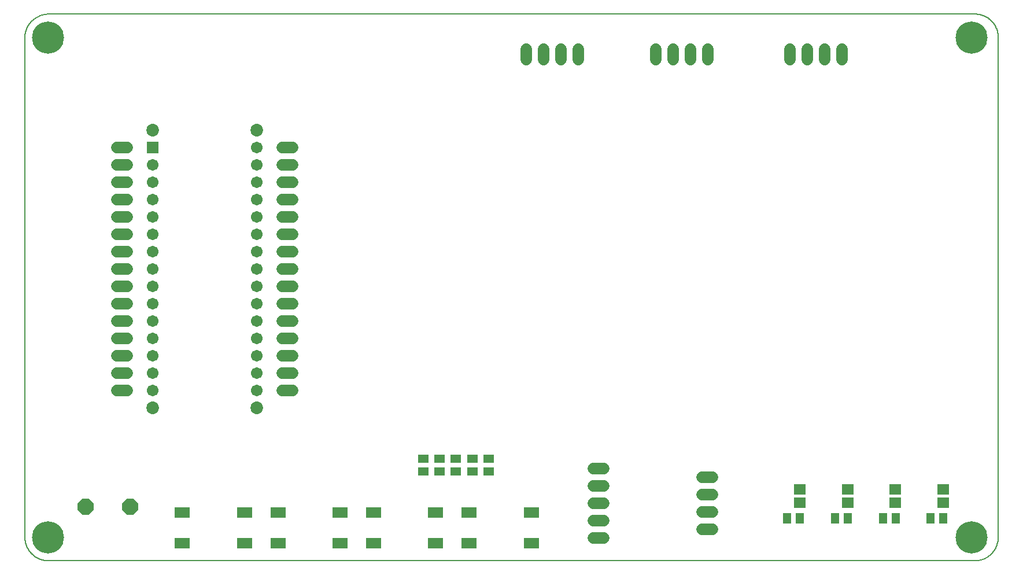
<source format=gts>
G75*
%MOIN*%
%OFA0B0*%
%FSLAX25Y25*%
%IPPOS*%
%LPD*%
%AMOC8*
5,1,8,0,0,1.08239X$1,22.5*
%
%ADD10C,0.00600*%
%ADD11OC8,0.09300*%
%ADD12R,0.06737X0.06737*%
%ADD13C,0.06737*%
%ADD14C,0.00000*%
%ADD15C,0.07300*%
%ADD16C,0.06800*%
%ADD17R,0.09068X0.06312*%
%ADD18R,0.07099X0.05918*%
%ADD19R,0.06312X0.04816*%
%ADD20R,0.04816X0.06312*%
%ADD21C,0.18517*%
D10*
X0021119Y0007483D02*
X0279165Y0007512D01*
X0555044Y0007512D01*
X0555371Y0007516D01*
X0555697Y0007528D01*
X0556023Y0007548D01*
X0556349Y0007575D01*
X0556674Y0007611D01*
X0556997Y0007654D01*
X0557320Y0007705D01*
X0557642Y0007764D01*
X0557961Y0007831D01*
X0558280Y0007905D01*
X0558596Y0007987D01*
X0558910Y0008077D01*
X0559222Y0008174D01*
X0559531Y0008278D01*
X0559838Y0008391D01*
X0560142Y0008510D01*
X0560443Y0008637D01*
X0560741Y0008771D01*
X0561036Y0008912D01*
X0561327Y0009061D01*
X0561614Y0009216D01*
X0561898Y0009378D01*
X0562178Y0009547D01*
X0562453Y0009723D01*
X0562724Y0009905D01*
X0562991Y0010094D01*
X0563253Y0010289D01*
X0563510Y0010491D01*
X0563762Y0010698D01*
X0564009Y0010912D01*
X0564251Y0011132D01*
X0564488Y0011357D01*
X0564719Y0011588D01*
X0564944Y0011825D01*
X0565164Y0012067D01*
X0565378Y0012314D01*
X0565585Y0012566D01*
X0565787Y0012823D01*
X0565982Y0013085D01*
X0566171Y0013352D01*
X0566353Y0013623D01*
X0566529Y0013898D01*
X0566698Y0014178D01*
X0566860Y0014462D01*
X0567015Y0014749D01*
X0567164Y0015040D01*
X0567305Y0015335D01*
X0567439Y0015633D01*
X0567566Y0015934D01*
X0567685Y0016238D01*
X0567798Y0016545D01*
X0567902Y0016854D01*
X0567999Y0017166D01*
X0568089Y0017480D01*
X0568171Y0017796D01*
X0568245Y0018115D01*
X0568312Y0018434D01*
X0568371Y0018756D01*
X0568422Y0019079D01*
X0568465Y0019402D01*
X0568501Y0019727D01*
X0568528Y0020053D01*
X0568548Y0020379D01*
X0568560Y0020705D01*
X0568564Y0021032D01*
X0568564Y0309091D01*
X0568565Y0309091D02*
X0568561Y0309415D01*
X0568549Y0309739D01*
X0568530Y0310063D01*
X0568502Y0310386D01*
X0568467Y0310708D01*
X0568424Y0311029D01*
X0568374Y0311349D01*
X0568315Y0311668D01*
X0568249Y0311986D01*
X0568175Y0312301D01*
X0568094Y0312615D01*
X0568005Y0312927D01*
X0567908Y0313236D01*
X0567805Y0313543D01*
X0567693Y0313848D01*
X0567575Y0314149D01*
X0567449Y0314448D01*
X0567316Y0314744D01*
X0567176Y0315036D01*
X0567029Y0315325D01*
X0566874Y0315610D01*
X0566713Y0315891D01*
X0566546Y0316169D01*
X0566371Y0316442D01*
X0566191Y0316711D01*
X0566003Y0316976D01*
X0565809Y0317235D01*
X0565610Y0317491D01*
X0565404Y0317741D01*
X0565192Y0317986D01*
X0564974Y0318226D01*
X0564750Y0318461D01*
X0564521Y0318690D01*
X0564286Y0318914D01*
X0564046Y0319132D01*
X0563801Y0319344D01*
X0563551Y0319550D01*
X0563295Y0319749D01*
X0563036Y0319943D01*
X0562771Y0320131D01*
X0562502Y0320311D01*
X0562229Y0320486D01*
X0561951Y0320653D01*
X0561670Y0320814D01*
X0561385Y0320969D01*
X0561096Y0321116D01*
X0560804Y0321256D01*
X0560508Y0321389D01*
X0560209Y0321515D01*
X0559908Y0321633D01*
X0559603Y0321745D01*
X0559296Y0321848D01*
X0558987Y0321945D01*
X0558675Y0322034D01*
X0558361Y0322115D01*
X0558046Y0322189D01*
X0557728Y0322255D01*
X0557409Y0322314D01*
X0557089Y0322364D01*
X0556768Y0322407D01*
X0556446Y0322442D01*
X0556123Y0322470D01*
X0555799Y0322489D01*
X0555475Y0322501D01*
X0555151Y0322505D01*
X0021123Y0322505D01*
X0020794Y0322501D01*
X0020465Y0322489D01*
X0020137Y0322469D01*
X0019809Y0322441D01*
X0019482Y0322406D01*
X0019156Y0322362D01*
X0018831Y0322311D01*
X0018508Y0322251D01*
X0018186Y0322184D01*
X0017865Y0322109D01*
X0017547Y0322027D01*
X0017231Y0321937D01*
X0016917Y0321839D01*
X0016605Y0321733D01*
X0016296Y0321620D01*
X0015990Y0321500D01*
X0015687Y0321372D01*
X0015387Y0321237D01*
X0015090Y0321095D01*
X0014797Y0320946D01*
X0014508Y0320789D01*
X0014222Y0320626D01*
X0013941Y0320456D01*
X0013663Y0320279D01*
X0013391Y0320095D01*
X0013122Y0319905D01*
X0012858Y0319709D01*
X0012599Y0319506D01*
X0012345Y0319297D01*
X0012097Y0319082D01*
X0011853Y0318861D01*
X0011615Y0318634D01*
X0011382Y0318401D01*
X0011155Y0318163D01*
X0010934Y0317919D01*
X0010719Y0317671D01*
X0010510Y0317417D01*
X0010307Y0317158D01*
X0010111Y0316894D01*
X0009921Y0316625D01*
X0009737Y0316353D01*
X0009560Y0316075D01*
X0009390Y0315794D01*
X0009227Y0315508D01*
X0009070Y0315219D01*
X0008921Y0314926D01*
X0008779Y0314629D01*
X0008644Y0314329D01*
X0008516Y0314026D01*
X0008396Y0313720D01*
X0008283Y0313411D01*
X0008177Y0313099D01*
X0008079Y0312785D01*
X0007989Y0312469D01*
X0007907Y0312151D01*
X0007832Y0311830D01*
X0007765Y0311508D01*
X0007705Y0311185D01*
X0007654Y0310860D01*
X0007610Y0310534D01*
X0007575Y0310207D01*
X0007547Y0309879D01*
X0007527Y0309551D01*
X0007515Y0309222D01*
X0007511Y0308893D01*
X0007512Y0308893D02*
X0007512Y0021090D01*
X0007516Y0020761D01*
X0007528Y0020433D01*
X0007548Y0020104D01*
X0007576Y0019777D01*
X0007611Y0019450D01*
X0007655Y0019124D01*
X0007706Y0018799D01*
X0007765Y0018476D01*
X0007833Y0018154D01*
X0007907Y0017834D01*
X0007990Y0017515D01*
X0008080Y0017199D01*
X0008178Y0016885D01*
X0008283Y0016574D01*
X0008396Y0016265D01*
X0008517Y0015959D01*
X0008644Y0015656D01*
X0008779Y0015356D01*
X0008921Y0015059D01*
X0009071Y0014767D01*
X0009227Y0014477D01*
X0009390Y0014192D01*
X0009560Y0013910D01*
X0009737Y0013633D01*
X0009921Y0013360D01*
X0010111Y0013092D01*
X0010307Y0012828D01*
X0010510Y0012569D01*
X0010719Y0012316D01*
X0010934Y0012067D01*
X0011155Y0011823D01*
X0011382Y0011585D01*
X0011614Y0011353D01*
X0011852Y0011126D01*
X0012096Y0010905D01*
X0012345Y0010690D01*
X0012598Y0010481D01*
X0012857Y0010278D01*
X0013121Y0010082D01*
X0013389Y0009892D01*
X0013662Y0009708D01*
X0013939Y0009531D01*
X0014221Y0009361D01*
X0014506Y0009198D01*
X0014796Y0009042D01*
X0015088Y0008892D01*
X0015385Y0008750D01*
X0015685Y0008615D01*
X0015988Y0008488D01*
X0016294Y0008367D01*
X0016603Y0008254D01*
X0016914Y0008149D01*
X0017228Y0008051D01*
X0017544Y0007961D01*
X0017863Y0007878D01*
X0018183Y0007804D01*
X0018505Y0007736D01*
X0018828Y0007677D01*
X0019153Y0007626D01*
X0019479Y0007582D01*
X0019806Y0007547D01*
X0020133Y0007519D01*
X0020462Y0007499D01*
X0020790Y0007487D01*
X0021119Y0007483D01*
D11*
X0042524Y0038573D03*
X0068124Y0038573D03*
D12*
X0081047Y0245609D03*
D13*
X0081047Y0235609D03*
X0081047Y0225609D03*
X0081047Y0215609D03*
X0081047Y0205609D03*
X0081047Y0195609D03*
X0081047Y0185609D03*
X0081047Y0175609D03*
X0081047Y0165609D03*
X0081047Y0155609D03*
X0081047Y0145609D03*
X0081047Y0135609D03*
X0081047Y0125609D03*
X0081047Y0115609D03*
X0081047Y0105609D03*
X0141047Y0105609D03*
X0141047Y0115609D03*
X0141047Y0125609D03*
X0141047Y0135609D03*
X0141047Y0145609D03*
X0141047Y0155609D03*
X0141047Y0165609D03*
X0141047Y0175609D03*
X0141047Y0185609D03*
X0141047Y0195609D03*
X0141047Y0205609D03*
X0141047Y0215609D03*
X0141047Y0225609D03*
X0141047Y0235609D03*
X0141047Y0245609D03*
D14*
X0137797Y0255609D02*
X0137799Y0255722D01*
X0137805Y0255836D01*
X0137815Y0255949D01*
X0137829Y0256061D01*
X0137846Y0256173D01*
X0137868Y0256285D01*
X0137894Y0256395D01*
X0137923Y0256505D01*
X0137956Y0256613D01*
X0137993Y0256721D01*
X0138034Y0256826D01*
X0138078Y0256931D01*
X0138126Y0257034D01*
X0138177Y0257135D01*
X0138232Y0257234D01*
X0138291Y0257331D01*
X0138353Y0257426D01*
X0138418Y0257519D01*
X0138486Y0257610D01*
X0138557Y0257698D01*
X0138632Y0257784D01*
X0138709Y0257867D01*
X0138789Y0257947D01*
X0138872Y0258024D01*
X0138958Y0258099D01*
X0139046Y0258170D01*
X0139137Y0258238D01*
X0139230Y0258303D01*
X0139325Y0258365D01*
X0139422Y0258424D01*
X0139521Y0258479D01*
X0139622Y0258530D01*
X0139725Y0258578D01*
X0139830Y0258622D01*
X0139935Y0258663D01*
X0140043Y0258700D01*
X0140151Y0258733D01*
X0140261Y0258762D01*
X0140371Y0258788D01*
X0140483Y0258810D01*
X0140595Y0258827D01*
X0140707Y0258841D01*
X0140820Y0258851D01*
X0140934Y0258857D01*
X0141047Y0258859D01*
X0141160Y0258857D01*
X0141274Y0258851D01*
X0141387Y0258841D01*
X0141499Y0258827D01*
X0141611Y0258810D01*
X0141723Y0258788D01*
X0141833Y0258762D01*
X0141943Y0258733D01*
X0142051Y0258700D01*
X0142159Y0258663D01*
X0142264Y0258622D01*
X0142369Y0258578D01*
X0142472Y0258530D01*
X0142573Y0258479D01*
X0142672Y0258424D01*
X0142769Y0258365D01*
X0142864Y0258303D01*
X0142957Y0258238D01*
X0143048Y0258170D01*
X0143136Y0258099D01*
X0143222Y0258024D01*
X0143305Y0257947D01*
X0143385Y0257867D01*
X0143462Y0257784D01*
X0143537Y0257698D01*
X0143608Y0257610D01*
X0143676Y0257519D01*
X0143741Y0257426D01*
X0143803Y0257331D01*
X0143862Y0257234D01*
X0143917Y0257135D01*
X0143968Y0257034D01*
X0144016Y0256931D01*
X0144060Y0256826D01*
X0144101Y0256721D01*
X0144138Y0256613D01*
X0144171Y0256505D01*
X0144200Y0256395D01*
X0144226Y0256285D01*
X0144248Y0256173D01*
X0144265Y0256061D01*
X0144279Y0255949D01*
X0144289Y0255836D01*
X0144295Y0255722D01*
X0144297Y0255609D01*
X0144295Y0255496D01*
X0144289Y0255382D01*
X0144279Y0255269D01*
X0144265Y0255157D01*
X0144248Y0255045D01*
X0144226Y0254933D01*
X0144200Y0254823D01*
X0144171Y0254713D01*
X0144138Y0254605D01*
X0144101Y0254497D01*
X0144060Y0254392D01*
X0144016Y0254287D01*
X0143968Y0254184D01*
X0143917Y0254083D01*
X0143862Y0253984D01*
X0143803Y0253887D01*
X0143741Y0253792D01*
X0143676Y0253699D01*
X0143608Y0253608D01*
X0143537Y0253520D01*
X0143462Y0253434D01*
X0143385Y0253351D01*
X0143305Y0253271D01*
X0143222Y0253194D01*
X0143136Y0253119D01*
X0143048Y0253048D01*
X0142957Y0252980D01*
X0142864Y0252915D01*
X0142769Y0252853D01*
X0142672Y0252794D01*
X0142573Y0252739D01*
X0142472Y0252688D01*
X0142369Y0252640D01*
X0142264Y0252596D01*
X0142159Y0252555D01*
X0142051Y0252518D01*
X0141943Y0252485D01*
X0141833Y0252456D01*
X0141723Y0252430D01*
X0141611Y0252408D01*
X0141499Y0252391D01*
X0141387Y0252377D01*
X0141274Y0252367D01*
X0141160Y0252361D01*
X0141047Y0252359D01*
X0140934Y0252361D01*
X0140820Y0252367D01*
X0140707Y0252377D01*
X0140595Y0252391D01*
X0140483Y0252408D01*
X0140371Y0252430D01*
X0140261Y0252456D01*
X0140151Y0252485D01*
X0140043Y0252518D01*
X0139935Y0252555D01*
X0139830Y0252596D01*
X0139725Y0252640D01*
X0139622Y0252688D01*
X0139521Y0252739D01*
X0139422Y0252794D01*
X0139325Y0252853D01*
X0139230Y0252915D01*
X0139137Y0252980D01*
X0139046Y0253048D01*
X0138958Y0253119D01*
X0138872Y0253194D01*
X0138789Y0253271D01*
X0138709Y0253351D01*
X0138632Y0253434D01*
X0138557Y0253520D01*
X0138486Y0253608D01*
X0138418Y0253699D01*
X0138353Y0253792D01*
X0138291Y0253887D01*
X0138232Y0253984D01*
X0138177Y0254083D01*
X0138126Y0254184D01*
X0138078Y0254287D01*
X0138034Y0254392D01*
X0137993Y0254497D01*
X0137956Y0254605D01*
X0137923Y0254713D01*
X0137894Y0254823D01*
X0137868Y0254933D01*
X0137846Y0255045D01*
X0137829Y0255157D01*
X0137815Y0255269D01*
X0137805Y0255382D01*
X0137799Y0255496D01*
X0137797Y0255609D01*
X0077797Y0255609D02*
X0077799Y0255722D01*
X0077805Y0255836D01*
X0077815Y0255949D01*
X0077829Y0256061D01*
X0077846Y0256173D01*
X0077868Y0256285D01*
X0077894Y0256395D01*
X0077923Y0256505D01*
X0077956Y0256613D01*
X0077993Y0256721D01*
X0078034Y0256826D01*
X0078078Y0256931D01*
X0078126Y0257034D01*
X0078177Y0257135D01*
X0078232Y0257234D01*
X0078291Y0257331D01*
X0078353Y0257426D01*
X0078418Y0257519D01*
X0078486Y0257610D01*
X0078557Y0257698D01*
X0078632Y0257784D01*
X0078709Y0257867D01*
X0078789Y0257947D01*
X0078872Y0258024D01*
X0078958Y0258099D01*
X0079046Y0258170D01*
X0079137Y0258238D01*
X0079230Y0258303D01*
X0079325Y0258365D01*
X0079422Y0258424D01*
X0079521Y0258479D01*
X0079622Y0258530D01*
X0079725Y0258578D01*
X0079830Y0258622D01*
X0079935Y0258663D01*
X0080043Y0258700D01*
X0080151Y0258733D01*
X0080261Y0258762D01*
X0080371Y0258788D01*
X0080483Y0258810D01*
X0080595Y0258827D01*
X0080707Y0258841D01*
X0080820Y0258851D01*
X0080934Y0258857D01*
X0081047Y0258859D01*
X0081160Y0258857D01*
X0081274Y0258851D01*
X0081387Y0258841D01*
X0081499Y0258827D01*
X0081611Y0258810D01*
X0081723Y0258788D01*
X0081833Y0258762D01*
X0081943Y0258733D01*
X0082051Y0258700D01*
X0082159Y0258663D01*
X0082264Y0258622D01*
X0082369Y0258578D01*
X0082472Y0258530D01*
X0082573Y0258479D01*
X0082672Y0258424D01*
X0082769Y0258365D01*
X0082864Y0258303D01*
X0082957Y0258238D01*
X0083048Y0258170D01*
X0083136Y0258099D01*
X0083222Y0258024D01*
X0083305Y0257947D01*
X0083385Y0257867D01*
X0083462Y0257784D01*
X0083537Y0257698D01*
X0083608Y0257610D01*
X0083676Y0257519D01*
X0083741Y0257426D01*
X0083803Y0257331D01*
X0083862Y0257234D01*
X0083917Y0257135D01*
X0083968Y0257034D01*
X0084016Y0256931D01*
X0084060Y0256826D01*
X0084101Y0256721D01*
X0084138Y0256613D01*
X0084171Y0256505D01*
X0084200Y0256395D01*
X0084226Y0256285D01*
X0084248Y0256173D01*
X0084265Y0256061D01*
X0084279Y0255949D01*
X0084289Y0255836D01*
X0084295Y0255722D01*
X0084297Y0255609D01*
X0084295Y0255496D01*
X0084289Y0255382D01*
X0084279Y0255269D01*
X0084265Y0255157D01*
X0084248Y0255045D01*
X0084226Y0254933D01*
X0084200Y0254823D01*
X0084171Y0254713D01*
X0084138Y0254605D01*
X0084101Y0254497D01*
X0084060Y0254392D01*
X0084016Y0254287D01*
X0083968Y0254184D01*
X0083917Y0254083D01*
X0083862Y0253984D01*
X0083803Y0253887D01*
X0083741Y0253792D01*
X0083676Y0253699D01*
X0083608Y0253608D01*
X0083537Y0253520D01*
X0083462Y0253434D01*
X0083385Y0253351D01*
X0083305Y0253271D01*
X0083222Y0253194D01*
X0083136Y0253119D01*
X0083048Y0253048D01*
X0082957Y0252980D01*
X0082864Y0252915D01*
X0082769Y0252853D01*
X0082672Y0252794D01*
X0082573Y0252739D01*
X0082472Y0252688D01*
X0082369Y0252640D01*
X0082264Y0252596D01*
X0082159Y0252555D01*
X0082051Y0252518D01*
X0081943Y0252485D01*
X0081833Y0252456D01*
X0081723Y0252430D01*
X0081611Y0252408D01*
X0081499Y0252391D01*
X0081387Y0252377D01*
X0081274Y0252367D01*
X0081160Y0252361D01*
X0081047Y0252359D01*
X0080934Y0252361D01*
X0080820Y0252367D01*
X0080707Y0252377D01*
X0080595Y0252391D01*
X0080483Y0252408D01*
X0080371Y0252430D01*
X0080261Y0252456D01*
X0080151Y0252485D01*
X0080043Y0252518D01*
X0079935Y0252555D01*
X0079830Y0252596D01*
X0079725Y0252640D01*
X0079622Y0252688D01*
X0079521Y0252739D01*
X0079422Y0252794D01*
X0079325Y0252853D01*
X0079230Y0252915D01*
X0079137Y0252980D01*
X0079046Y0253048D01*
X0078958Y0253119D01*
X0078872Y0253194D01*
X0078789Y0253271D01*
X0078709Y0253351D01*
X0078632Y0253434D01*
X0078557Y0253520D01*
X0078486Y0253608D01*
X0078418Y0253699D01*
X0078353Y0253792D01*
X0078291Y0253887D01*
X0078232Y0253984D01*
X0078177Y0254083D01*
X0078126Y0254184D01*
X0078078Y0254287D01*
X0078034Y0254392D01*
X0077993Y0254497D01*
X0077956Y0254605D01*
X0077923Y0254713D01*
X0077894Y0254823D01*
X0077868Y0254933D01*
X0077846Y0255045D01*
X0077829Y0255157D01*
X0077815Y0255269D01*
X0077805Y0255382D01*
X0077799Y0255496D01*
X0077797Y0255609D01*
X0077797Y0095609D02*
X0077799Y0095722D01*
X0077805Y0095836D01*
X0077815Y0095949D01*
X0077829Y0096061D01*
X0077846Y0096173D01*
X0077868Y0096285D01*
X0077894Y0096395D01*
X0077923Y0096505D01*
X0077956Y0096613D01*
X0077993Y0096721D01*
X0078034Y0096826D01*
X0078078Y0096931D01*
X0078126Y0097034D01*
X0078177Y0097135D01*
X0078232Y0097234D01*
X0078291Y0097331D01*
X0078353Y0097426D01*
X0078418Y0097519D01*
X0078486Y0097610D01*
X0078557Y0097698D01*
X0078632Y0097784D01*
X0078709Y0097867D01*
X0078789Y0097947D01*
X0078872Y0098024D01*
X0078958Y0098099D01*
X0079046Y0098170D01*
X0079137Y0098238D01*
X0079230Y0098303D01*
X0079325Y0098365D01*
X0079422Y0098424D01*
X0079521Y0098479D01*
X0079622Y0098530D01*
X0079725Y0098578D01*
X0079830Y0098622D01*
X0079935Y0098663D01*
X0080043Y0098700D01*
X0080151Y0098733D01*
X0080261Y0098762D01*
X0080371Y0098788D01*
X0080483Y0098810D01*
X0080595Y0098827D01*
X0080707Y0098841D01*
X0080820Y0098851D01*
X0080934Y0098857D01*
X0081047Y0098859D01*
X0081160Y0098857D01*
X0081274Y0098851D01*
X0081387Y0098841D01*
X0081499Y0098827D01*
X0081611Y0098810D01*
X0081723Y0098788D01*
X0081833Y0098762D01*
X0081943Y0098733D01*
X0082051Y0098700D01*
X0082159Y0098663D01*
X0082264Y0098622D01*
X0082369Y0098578D01*
X0082472Y0098530D01*
X0082573Y0098479D01*
X0082672Y0098424D01*
X0082769Y0098365D01*
X0082864Y0098303D01*
X0082957Y0098238D01*
X0083048Y0098170D01*
X0083136Y0098099D01*
X0083222Y0098024D01*
X0083305Y0097947D01*
X0083385Y0097867D01*
X0083462Y0097784D01*
X0083537Y0097698D01*
X0083608Y0097610D01*
X0083676Y0097519D01*
X0083741Y0097426D01*
X0083803Y0097331D01*
X0083862Y0097234D01*
X0083917Y0097135D01*
X0083968Y0097034D01*
X0084016Y0096931D01*
X0084060Y0096826D01*
X0084101Y0096721D01*
X0084138Y0096613D01*
X0084171Y0096505D01*
X0084200Y0096395D01*
X0084226Y0096285D01*
X0084248Y0096173D01*
X0084265Y0096061D01*
X0084279Y0095949D01*
X0084289Y0095836D01*
X0084295Y0095722D01*
X0084297Y0095609D01*
X0084295Y0095496D01*
X0084289Y0095382D01*
X0084279Y0095269D01*
X0084265Y0095157D01*
X0084248Y0095045D01*
X0084226Y0094933D01*
X0084200Y0094823D01*
X0084171Y0094713D01*
X0084138Y0094605D01*
X0084101Y0094497D01*
X0084060Y0094392D01*
X0084016Y0094287D01*
X0083968Y0094184D01*
X0083917Y0094083D01*
X0083862Y0093984D01*
X0083803Y0093887D01*
X0083741Y0093792D01*
X0083676Y0093699D01*
X0083608Y0093608D01*
X0083537Y0093520D01*
X0083462Y0093434D01*
X0083385Y0093351D01*
X0083305Y0093271D01*
X0083222Y0093194D01*
X0083136Y0093119D01*
X0083048Y0093048D01*
X0082957Y0092980D01*
X0082864Y0092915D01*
X0082769Y0092853D01*
X0082672Y0092794D01*
X0082573Y0092739D01*
X0082472Y0092688D01*
X0082369Y0092640D01*
X0082264Y0092596D01*
X0082159Y0092555D01*
X0082051Y0092518D01*
X0081943Y0092485D01*
X0081833Y0092456D01*
X0081723Y0092430D01*
X0081611Y0092408D01*
X0081499Y0092391D01*
X0081387Y0092377D01*
X0081274Y0092367D01*
X0081160Y0092361D01*
X0081047Y0092359D01*
X0080934Y0092361D01*
X0080820Y0092367D01*
X0080707Y0092377D01*
X0080595Y0092391D01*
X0080483Y0092408D01*
X0080371Y0092430D01*
X0080261Y0092456D01*
X0080151Y0092485D01*
X0080043Y0092518D01*
X0079935Y0092555D01*
X0079830Y0092596D01*
X0079725Y0092640D01*
X0079622Y0092688D01*
X0079521Y0092739D01*
X0079422Y0092794D01*
X0079325Y0092853D01*
X0079230Y0092915D01*
X0079137Y0092980D01*
X0079046Y0093048D01*
X0078958Y0093119D01*
X0078872Y0093194D01*
X0078789Y0093271D01*
X0078709Y0093351D01*
X0078632Y0093434D01*
X0078557Y0093520D01*
X0078486Y0093608D01*
X0078418Y0093699D01*
X0078353Y0093792D01*
X0078291Y0093887D01*
X0078232Y0093984D01*
X0078177Y0094083D01*
X0078126Y0094184D01*
X0078078Y0094287D01*
X0078034Y0094392D01*
X0077993Y0094497D01*
X0077956Y0094605D01*
X0077923Y0094713D01*
X0077894Y0094823D01*
X0077868Y0094933D01*
X0077846Y0095045D01*
X0077829Y0095157D01*
X0077815Y0095269D01*
X0077805Y0095382D01*
X0077799Y0095496D01*
X0077797Y0095609D01*
X0137797Y0095609D02*
X0137799Y0095722D01*
X0137805Y0095836D01*
X0137815Y0095949D01*
X0137829Y0096061D01*
X0137846Y0096173D01*
X0137868Y0096285D01*
X0137894Y0096395D01*
X0137923Y0096505D01*
X0137956Y0096613D01*
X0137993Y0096721D01*
X0138034Y0096826D01*
X0138078Y0096931D01*
X0138126Y0097034D01*
X0138177Y0097135D01*
X0138232Y0097234D01*
X0138291Y0097331D01*
X0138353Y0097426D01*
X0138418Y0097519D01*
X0138486Y0097610D01*
X0138557Y0097698D01*
X0138632Y0097784D01*
X0138709Y0097867D01*
X0138789Y0097947D01*
X0138872Y0098024D01*
X0138958Y0098099D01*
X0139046Y0098170D01*
X0139137Y0098238D01*
X0139230Y0098303D01*
X0139325Y0098365D01*
X0139422Y0098424D01*
X0139521Y0098479D01*
X0139622Y0098530D01*
X0139725Y0098578D01*
X0139830Y0098622D01*
X0139935Y0098663D01*
X0140043Y0098700D01*
X0140151Y0098733D01*
X0140261Y0098762D01*
X0140371Y0098788D01*
X0140483Y0098810D01*
X0140595Y0098827D01*
X0140707Y0098841D01*
X0140820Y0098851D01*
X0140934Y0098857D01*
X0141047Y0098859D01*
X0141160Y0098857D01*
X0141274Y0098851D01*
X0141387Y0098841D01*
X0141499Y0098827D01*
X0141611Y0098810D01*
X0141723Y0098788D01*
X0141833Y0098762D01*
X0141943Y0098733D01*
X0142051Y0098700D01*
X0142159Y0098663D01*
X0142264Y0098622D01*
X0142369Y0098578D01*
X0142472Y0098530D01*
X0142573Y0098479D01*
X0142672Y0098424D01*
X0142769Y0098365D01*
X0142864Y0098303D01*
X0142957Y0098238D01*
X0143048Y0098170D01*
X0143136Y0098099D01*
X0143222Y0098024D01*
X0143305Y0097947D01*
X0143385Y0097867D01*
X0143462Y0097784D01*
X0143537Y0097698D01*
X0143608Y0097610D01*
X0143676Y0097519D01*
X0143741Y0097426D01*
X0143803Y0097331D01*
X0143862Y0097234D01*
X0143917Y0097135D01*
X0143968Y0097034D01*
X0144016Y0096931D01*
X0144060Y0096826D01*
X0144101Y0096721D01*
X0144138Y0096613D01*
X0144171Y0096505D01*
X0144200Y0096395D01*
X0144226Y0096285D01*
X0144248Y0096173D01*
X0144265Y0096061D01*
X0144279Y0095949D01*
X0144289Y0095836D01*
X0144295Y0095722D01*
X0144297Y0095609D01*
X0144295Y0095496D01*
X0144289Y0095382D01*
X0144279Y0095269D01*
X0144265Y0095157D01*
X0144248Y0095045D01*
X0144226Y0094933D01*
X0144200Y0094823D01*
X0144171Y0094713D01*
X0144138Y0094605D01*
X0144101Y0094497D01*
X0144060Y0094392D01*
X0144016Y0094287D01*
X0143968Y0094184D01*
X0143917Y0094083D01*
X0143862Y0093984D01*
X0143803Y0093887D01*
X0143741Y0093792D01*
X0143676Y0093699D01*
X0143608Y0093608D01*
X0143537Y0093520D01*
X0143462Y0093434D01*
X0143385Y0093351D01*
X0143305Y0093271D01*
X0143222Y0093194D01*
X0143136Y0093119D01*
X0143048Y0093048D01*
X0142957Y0092980D01*
X0142864Y0092915D01*
X0142769Y0092853D01*
X0142672Y0092794D01*
X0142573Y0092739D01*
X0142472Y0092688D01*
X0142369Y0092640D01*
X0142264Y0092596D01*
X0142159Y0092555D01*
X0142051Y0092518D01*
X0141943Y0092485D01*
X0141833Y0092456D01*
X0141723Y0092430D01*
X0141611Y0092408D01*
X0141499Y0092391D01*
X0141387Y0092377D01*
X0141274Y0092367D01*
X0141160Y0092361D01*
X0141047Y0092359D01*
X0140934Y0092361D01*
X0140820Y0092367D01*
X0140707Y0092377D01*
X0140595Y0092391D01*
X0140483Y0092408D01*
X0140371Y0092430D01*
X0140261Y0092456D01*
X0140151Y0092485D01*
X0140043Y0092518D01*
X0139935Y0092555D01*
X0139830Y0092596D01*
X0139725Y0092640D01*
X0139622Y0092688D01*
X0139521Y0092739D01*
X0139422Y0092794D01*
X0139325Y0092853D01*
X0139230Y0092915D01*
X0139137Y0092980D01*
X0139046Y0093048D01*
X0138958Y0093119D01*
X0138872Y0093194D01*
X0138789Y0093271D01*
X0138709Y0093351D01*
X0138632Y0093434D01*
X0138557Y0093520D01*
X0138486Y0093608D01*
X0138418Y0093699D01*
X0138353Y0093792D01*
X0138291Y0093887D01*
X0138232Y0093984D01*
X0138177Y0094083D01*
X0138126Y0094184D01*
X0138078Y0094287D01*
X0138034Y0094392D01*
X0137993Y0094497D01*
X0137956Y0094605D01*
X0137923Y0094713D01*
X0137894Y0094823D01*
X0137868Y0094933D01*
X0137846Y0095045D01*
X0137829Y0095157D01*
X0137815Y0095269D01*
X0137805Y0095382D01*
X0137799Y0095496D01*
X0137797Y0095609D01*
D15*
X0141047Y0095609D03*
X0081047Y0095609D03*
X0081047Y0255609D03*
X0141047Y0255609D03*
D16*
X0155738Y0245580D02*
X0161738Y0245580D01*
X0161738Y0235580D02*
X0155738Y0235580D01*
X0155738Y0225580D02*
X0161738Y0225580D01*
X0161738Y0215580D02*
X0155738Y0215580D01*
X0155738Y0205580D02*
X0161738Y0205580D01*
X0161738Y0195580D02*
X0155738Y0195580D01*
X0155738Y0185580D02*
X0161738Y0185580D01*
X0161738Y0175580D02*
X0155738Y0175580D01*
X0155738Y0165580D02*
X0161738Y0165580D01*
X0161738Y0155580D02*
X0155738Y0155580D01*
X0155738Y0145580D02*
X0161738Y0145580D01*
X0161738Y0135580D02*
X0155738Y0135580D01*
X0155738Y0125580D02*
X0161738Y0125580D01*
X0161738Y0115580D02*
X0155738Y0115580D01*
X0155738Y0105580D02*
X0161738Y0105580D01*
X0066335Y0105580D02*
X0060335Y0105580D01*
X0060335Y0115580D02*
X0066335Y0115580D01*
X0066335Y0125580D02*
X0060335Y0125580D01*
X0060335Y0135580D02*
X0066335Y0135580D01*
X0066335Y0145580D02*
X0060335Y0145580D01*
X0060335Y0155580D02*
X0066335Y0155580D01*
X0066335Y0165580D02*
X0060335Y0165580D01*
X0060335Y0175580D02*
X0066335Y0175580D01*
X0066335Y0185580D02*
X0060335Y0185580D01*
X0060335Y0195580D02*
X0066335Y0195580D01*
X0066335Y0205580D02*
X0060335Y0205580D01*
X0060335Y0215580D02*
X0066335Y0215580D01*
X0066335Y0225580D02*
X0060335Y0225580D01*
X0060335Y0235580D02*
X0066335Y0235580D01*
X0066335Y0245580D02*
X0060335Y0245580D01*
X0296431Y0296382D02*
X0296431Y0302382D01*
X0306431Y0302382D02*
X0306431Y0296382D01*
X0316431Y0296382D02*
X0316431Y0302382D01*
X0326431Y0302382D02*
X0326431Y0296382D01*
X0371177Y0296382D02*
X0371177Y0302382D01*
X0381177Y0302382D02*
X0381177Y0296382D01*
X0391177Y0296382D02*
X0391177Y0302382D01*
X0401177Y0302382D02*
X0401177Y0296382D01*
X0448626Y0296382D02*
X0448626Y0302382D01*
X0458626Y0302382D02*
X0458626Y0296382D01*
X0468626Y0296382D02*
X0468626Y0302382D01*
X0478626Y0302382D02*
X0478626Y0296382D01*
X0341037Y0060526D02*
X0335037Y0060526D01*
X0335037Y0050526D02*
X0341037Y0050526D01*
X0341037Y0040526D02*
X0335037Y0040526D01*
X0335037Y0030526D02*
X0341037Y0030526D01*
X0341037Y0020526D02*
X0335037Y0020526D01*
X0397681Y0025507D02*
X0403681Y0025507D01*
X0403681Y0035507D02*
X0397681Y0035507D01*
X0397681Y0045507D02*
X0403681Y0045507D01*
X0403681Y0055507D02*
X0397681Y0055507D01*
D17*
X0299441Y0035268D03*
X0299441Y0017551D03*
X0263614Y0017551D03*
X0244323Y0017551D03*
X0244323Y0035268D03*
X0263614Y0035268D03*
X0208496Y0035268D03*
X0189205Y0035268D03*
X0189205Y0017551D03*
X0208496Y0017551D03*
X0153378Y0017551D03*
X0134087Y0017551D03*
X0134087Y0035268D03*
X0153378Y0035268D03*
X0098260Y0035268D03*
X0098260Y0017551D03*
D18*
X0454171Y0040907D03*
X0454171Y0048781D03*
X0481730Y0048781D03*
X0481730Y0040907D03*
X0509289Y0040907D03*
X0509289Y0048781D03*
X0536747Y0048764D03*
X0536747Y0040890D03*
D19*
X0274877Y0059037D03*
X0265428Y0059037D03*
X0255979Y0059037D03*
X0246530Y0059037D03*
X0237081Y0059037D03*
X0237081Y0066438D03*
X0246530Y0066438D03*
X0255979Y0066438D03*
X0265428Y0066438D03*
X0274877Y0066438D03*
D20*
X0446888Y0032032D03*
X0454289Y0032032D03*
X0474447Y0032032D03*
X0481848Y0032032D03*
X0502006Y0032032D03*
X0509407Y0032032D03*
X0529565Y0032032D03*
X0536966Y0032032D03*
D21*
X0553027Y0020886D03*
X0553027Y0309064D03*
X0020886Y0309064D03*
X0020769Y0020886D03*
M02*

</source>
